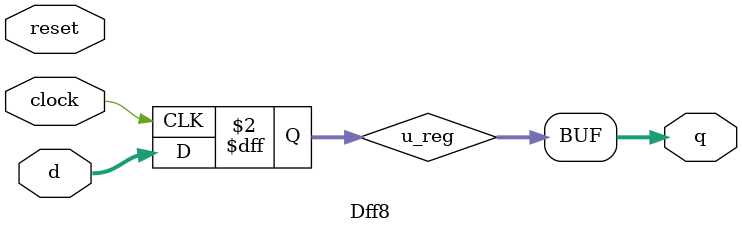
<source format=v>
module Dff8(
  input        clock,
  input        reset,
  input  [7:0] d,
  output [7:0] q
);
`ifdef RANDOMIZE_REG_INIT
  reg [31:0] _RAND_0;
`endif // RANDOMIZE_REG_INIT
  reg [7:0] u_reg; // @[Dff8.scala 9:18]
  assign q = u_reg; // @[Dff8.scala 11:5]
  always @(posedge clock) begin
    u_reg <= d; // @[Dff8.scala 10:9]
  end
// Register and memory initialization
`ifdef RANDOMIZE_GARBAGE_ASSIGN
`define RANDOMIZE
`endif
`ifdef RANDOMIZE_INVALID_ASSIGN
`define RANDOMIZE
`endif
`ifdef RANDOMIZE_REG_INIT
`define RANDOMIZE
`endif
`ifdef RANDOMIZE_MEM_INIT
`define RANDOMIZE
`endif
`ifndef RANDOM
`define RANDOM $random
`endif
`ifdef RANDOMIZE_MEM_INIT
  integer initvar;
`endif
`ifndef SYNTHESIS
`ifdef FIRRTL_BEFORE_INITIAL
`FIRRTL_BEFORE_INITIAL
`endif
initial begin
  `ifdef RANDOMIZE
    `ifdef INIT_RANDOM
      `INIT_RANDOM
    `endif
    `ifndef VERILATOR
      `ifdef RANDOMIZE_DELAY
        #`RANDOMIZE_DELAY begin end
      `else
        #0.002 begin end
      `endif
    `endif
`ifdef RANDOMIZE_REG_INIT
  _RAND_0 = {1{`RANDOM}};
  u_reg = _RAND_0[7:0];
`endif // RANDOMIZE_REG_INIT
  `endif // RANDOMIZE
end // initial
`ifdef FIRRTL_AFTER_INITIAL
`FIRRTL_AFTER_INITIAL
`endif
`endif // SYNTHESIS
endmodule

</source>
